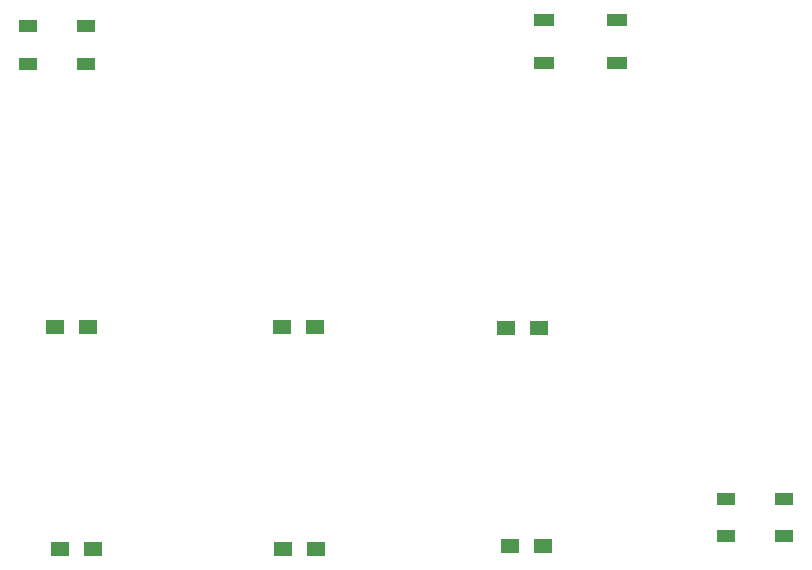
<source format=gbp>
G04 #@! TF.GenerationSoftware,KiCad,Pcbnew,(5.1.5)-3*
G04 #@! TF.CreationDate,2020-07-09T22:20:04+02:00*
G04 #@! TF.ProjectId,2x3_macropad,3278335f-6d61-4637-926f-7061642e6b69,rev?*
G04 #@! TF.SameCoordinates,Original*
G04 #@! TF.FileFunction,Paste,Bot*
G04 #@! TF.FilePolarity,Positive*
%FSLAX46Y46*%
G04 Gerber Fmt 4.6, Leading zero omitted, Abs format (unit mm)*
G04 Created by KiCad (PCBNEW (5.1.5)-3) date 2020-07-09 22:20:04*
%MOMM*%
%LPD*%
G04 APERTURE LIST*
%ADD10R,1.800000X1.100000*%
%ADD11R,1.500000X1.000000*%
%ADD12R,1.600000X1.200000*%
G04 APERTURE END LIST*
D10*
X110200000Y-121250000D03*
X116400000Y-121250000D03*
X110200000Y-117550000D03*
X116400000Y-117550000D03*
D11*
X125650000Y-161300000D03*
X125650000Y-158100000D03*
X130550000Y-161300000D03*
X130550000Y-158100000D03*
X71450000Y-118100000D03*
X71450000Y-121300000D03*
X66550000Y-118100000D03*
X66550000Y-121300000D03*
D12*
X68800000Y-143600000D03*
X71600000Y-143600000D03*
X72000000Y-162400000D03*
X69200000Y-162400000D03*
X88000000Y-143600000D03*
X90800000Y-143600000D03*
X90900000Y-162400000D03*
X88100000Y-162400000D03*
X107000000Y-143700000D03*
X109800000Y-143700000D03*
X110100000Y-162100000D03*
X107300000Y-162100000D03*
M02*

</source>
